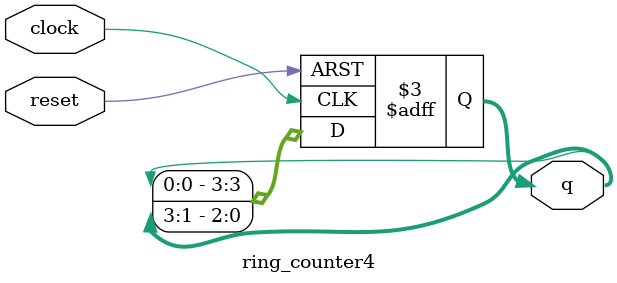
<source format=v>
module ring_counter4(clock, reset, q);
	input 		clock, reset;
	output reg	[3:0]q;
	
	always @(posedge clock or posedge reset)
	begin
		if (reset == 1) q <= 4'b1110;
		else
		begin
			q[3] <= q[0];
			q[2] <= q[3];
			q[1] <= q[2];
			q[0] <= q[1];
		end
	end
endmodule

</source>
